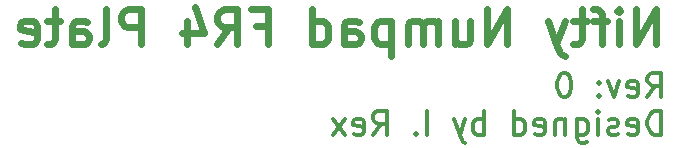
<source format=gbr>
%TF.GenerationSoftware,KiCad,Pcbnew,7.0.5-0*%
%TF.CreationDate,2023-08-05T16:24:15-05:00*%
%TF.ProjectId,Plate,506c6174-652e-46b6-9963-61645f706362,0*%
%TF.SameCoordinates,Original*%
%TF.FileFunction,Legend,Bot*%
%TF.FilePolarity,Positive*%
%FSLAX46Y46*%
G04 Gerber Fmt 4.6, Leading zero omitted, Abs format (unit mm)*
G04 Created by KiCad (PCBNEW 7.0.5-0) date 2023-08-05 16:24:15*
%MOMM*%
%LPD*%
G01*
G04 APERTURE LIST*
%ADD10C,0.300000*%
%ADD11C,0.600000*%
%ADD12C,2.900000*%
G04 APERTURE END LIST*
D10*
X184883584Y-60799638D02*
X185550251Y-59847257D01*
X186026441Y-60799638D02*
X186026441Y-58799638D01*
X186026441Y-58799638D02*
X185264536Y-58799638D01*
X185264536Y-58799638D02*
X185074060Y-58894876D01*
X185074060Y-58894876D02*
X184978822Y-58990114D01*
X184978822Y-58990114D02*
X184883584Y-59180590D01*
X184883584Y-59180590D02*
X184883584Y-59466304D01*
X184883584Y-59466304D02*
X184978822Y-59656780D01*
X184978822Y-59656780D02*
X185074060Y-59752019D01*
X185074060Y-59752019D02*
X185264536Y-59847257D01*
X185264536Y-59847257D02*
X186026441Y-59847257D01*
X183264536Y-60704400D02*
X183455012Y-60799638D01*
X183455012Y-60799638D02*
X183835965Y-60799638D01*
X183835965Y-60799638D02*
X184026441Y-60704400D01*
X184026441Y-60704400D02*
X184121679Y-60513923D01*
X184121679Y-60513923D02*
X184121679Y-59752019D01*
X184121679Y-59752019D02*
X184026441Y-59561542D01*
X184026441Y-59561542D02*
X183835965Y-59466304D01*
X183835965Y-59466304D02*
X183455012Y-59466304D01*
X183455012Y-59466304D02*
X183264536Y-59561542D01*
X183264536Y-59561542D02*
X183169298Y-59752019D01*
X183169298Y-59752019D02*
X183169298Y-59942495D01*
X183169298Y-59942495D02*
X184121679Y-60132971D01*
X182502631Y-59466304D02*
X182026441Y-60799638D01*
X182026441Y-60799638D02*
X181550250Y-59466304D01*
X180788345Y-60609161D02*
X180693107Y-60704400D01*
X180693107Y-60704400D02*
X180788345Y-60799638D01*
X180788345Y-60799638D02*
X180883583Y-60704400D01*
X180883583Y-60704400D02*
X180788345Y-60609161D01*
X180788345Y-60609161D02*
X180788345Y-60799638D01*
X180788345Y-59561542D02*
X180693107Y-59656780D01*
X180693107Y-59656780D02*
X180788345Y-59752019D01*
X180788345Y-59752019D02*
X180883583Y-59656780D01*
X180883583Y-59656780D02*
X180788345Y-59561542D01*
X180788345Y-59561542D02*
X180788345Y-59752019D01*
X177931202Y-58799638D02*
X177740725Y-58799638D01*
X177740725Y-58799638D02*
X177550249Y-58894876D01*
X177550249Y-58894876D02*
X177455011Y-58990114D01*
X177455011Y-58990114D02*
X177359773Y-59180590D01*
X177359773Y-59180590D02*
X177264535Y-59561542D01*
X177264535Y-59561542D02*
X177264535Y-60037733D01*
X177264535Y-60037733D02*
X177359773Y-60418685D01*
X177359773Y-60418685D02*
X177455011Y-60609161D01*
X177455011Y-60609161D02*
X177550249Y-60704400D01*
X177550249Y-60704400D02*
X177740725Y-60799638D01*
X177740725Y-60799638D02*
X177931202Y-60799638D01*
X177931202Y-60799638D02*
X178121678Y-60704400D01*
X178121678Y-60704400D02*
X178216916Y-60609161D01*
X178216916Y-60609161D02*
X178312154Y-60418685D01*
X178312154Y-60418685D02*
X178407392Y-60037733D01*
X178407392Y-60037733D02*
X178407392Y-59561542D01*
X178407392Y-59561542D02*
X178312154Y-59180590D01*
X178312154Y-59180590D02*
X178216916Y-58990114D01*
X178216916Y-58990114D02*
X178121678Y-58894876D01*
X178121678Y-58894876D02*
X177931202Y-58799638D01*
X186026441Y-64019638D02*
X186026441Y-62019638D01*
X186026441Y-62019638D02*
X185550251Y-62019638D01*
X185550251Y-62019638D02*
X185264536Y-62114876D01*
X185264536Y-62114876D02*
X185074060Y-62305352D01*
X185074060Y-62305352D02*
X184978822Y-62495828D01*
X184978822Y-62495828D02*
X184883584Y-62876780D01*
X184883584Y-62876780D02*
X184883584Y-63162495D01*
X184883584Y-63162495D02*
X184978822Y-63543447D01*
X184978822Y-63543447D02*
X185074060Y-63733923D01*
X185074060Y-63733923D02*
X185264536Y-63924400D01*
X185264536Y-63924400D02*
X185550251Y-64019638D01*
X185550251Y-64019638D02*
X186026441Y-64019638D01*
X183264536Y-63924400D02*
X183455012Y-64019638D01*
X183455012Y-64019638D02*
X183835965Y-64019638D01*
X183835965Y-64019638D02*
X184026441Y-63924400D01*
X184026441Y-63924400D02*
X184121679Y-63733923D01*
X184121679Y-63733923D02*
X184121679Y-62972019D01*
X184121679Y-62972019D02*
X184026441Y-62781542D01*
X184026441Y-62781542D02*
X183835965Y-62686304D01*
X183835965Y-62686304D02*
X183455012Y-62686304D01*
X183455012Y-62686304D02*
X183264536Y-62781542D01*
X183264536Y-62781542D02*
X183169298Y-62972019D01*
X183169298Y-62972019D02*
X183169298Y-63162495D01*
X183169298Y-63162495D02*
X184121679Y-63352971D01*
X182407393Y-63924400D02*
X182216917Y-64019638D01*
X182216917Y-64019638D02*
X181835965Y-64019638D01*
X181835965Y-64019638D02*
X181645488Y-63924400D01*
X181645488Y-63924400D02*
X181550250Y-63733923D01*
X181550250Y-63733923D02*
X181550250Y-63638685D01*
X181550250Y-63638685D02*
X181645488Y-63448209D01*
X181645488Y-63448209D02*
X181835965Y-63352971D01*
X181835965Y-63352971D02*
X182121679Y-63352971D01*
X182121679Y-63352971D02*
X182312155Y-63257733D01*
X182312155Y-63257733D02*
X182407393Y-63067257D01*
X182407393Y-63067257D02*
X182407393Y-62972019D01*
X182407393Y-62972019D02*
X182312155Y-62781542D01*
X182312155Y-62781542D02*
X182121679Y-62686304D01*
X182121679Y-62686304D02*
X181835965Y-62686304D01*
X181835965Y-62686304D02*
X181645488Y-62781542D01*
X180693107Y-64019638D02*
X180693107Y-62686304D01*
X180693107Y-62019638D02*
X180788345Y-62114876D01*
X180788345Y-62114876D02*
X180693107Y-62210114D01*
X180693107Y-62210114D02*
X180597869Y-62114876D01*
X180597869Y-62114876D02*
X180693107Y-62019638D01*
X180693107Y-62019638D02*
X180693107Y-62210114D01*
X178883583Y-62686304D02*
X178883583Y-64305352D01*
X178883583Y-64305352D02*
X178978821Y-64495828D01*
X178978821Y-64495828D02*
X179074059Y-64591066D01*
X179074059Y-64591066D02*
X179264536Y-64686304D01*
X179264536Y-64686304D02*
X179550250Y-64686304D01*
X179550250Y-64686304D02*
X179740726Y-64591066D01*
X178883583Y-63924400D02*
X179074059Y-64019638D01*
X179074059Y-64019638D02*
X179455012Y-64019638D01*
X179455012Y-64019638D02*
X179645488Y-63924400D01*
X179645488Y-63924400D02*
X179740726Y-63829161D01*
X179740726Y-63829161D02*
X179835964Y-63638685D01*
X179835964Y-63638685D02*
X179835964Y-63067257D01*
X179835964Y-63067257D02*
X179740726Y-62876780D01*
X179740726Y-62876780D02*
X179645488Y-62781542D01*
X179645488Y-62781542D02*
X179455012Y-62686304D01*
X179455012Y-62686304D02*
X179074059Y-62686304D01*
X179074059Y-62686304D02*
X178883583Y-62781542D01*
X177931202Y-62686304D02*
X177931202Y-64019638D01*
X177931202Y-62876780D02*
X177835964Y-62781542D01*
X177835964Y-62781542D02*
X177645488Y-62686304D01*
X177645488Y-62686304D02*
X177359773Y-62686304D01*
X177359773Y-62686304D02*
X177169297Y-62781542D01*
X177169297Y-62781542D02*
X177074059Y-62972019D01*
X177074059Y-62972019D02*
X177074059Y-64019638D01*
X175359773Y-63924400D02*
X175550249Y-64019638D01*
X175550249Y-64019638D02*
X175931202Y-64019638D01*
X175931202Y-64019638D02*
X176121678Y-63924400D01*
X176121678Y-63924400D02*
X176216916Y-63733923D01*
X176216916Y-63733923D02*
X176216916Y-62972019D01*
X176216916Y-62972019D02*
X176121678Y-62781542D01*
X176121678Y-62781542D02*
X175931202Y-62686304D01*
X175931202Y-62686304D02*
X175550249Y-62686304D01*
X175550249Y-62686304D02*
X175359773Y-62781542D01*
X175359773Y-62781542D02*
X175264535Y-62972019D01*
X175264535Y-62972019D02*
X175264535Y-63162495D01*
X175264535Y-63162495D02*
X176216916Y-63352971D01*
X173550249Y-64019638D02*
X173550249Y-62019638D01*
X173550249Y-63924400D02*
X173740725Y-64019638D01*
X173740725Y-64019638D02*
X174121678Y-64019638D01*
X174121678Y-64019638D02*
X174312154Y-63924400D01*
X174312154Y-63924400D02*
X174407392Y-63829161D01*
X174407392Y-63829161D02*
X174502630Y-63638685D01*
X174502630Y-63638685D02*
X174502630Y-63067257D01*
X174502630Y-63067257D02*
X174407392Y-62876780D01*
X174407392Y-62876780D02*
X174312154Y-62781542D01*
X174312154Y-62781542D02*
X174121678Y-62686304D01*
X174121678Y-62686304D02*
X173740725Y-62686304D01*
X173740725Y-62686304D02*
X173550249Y-62781542D01*
X171074058Y-64019638D02*
X171074058Y-62019638D01*
X171074058Y-62781542D02*
X170883582Y-62686304D01*
X170883582Y-62686304D02*
X170502629Y-62686304D01*
X170502629Y-62686304D02*
X170312153Y-62781542D01*
X170312153Y-62781542D02*
X170216915Y-62876780D01*
X170216915Y-62876780D02*
X170121677Y-63067257D01*
X170121677Y-63067257D02*
X170121677Y-63638685D01*
X170121677Y-63638685D02*
X170216915Y-63829161D01*
X170216915Y-63829161D02*
X170312153Y-63924400D01*
X170312153Y-63924400D02*
X170502629Y-64019638D01*
X170502629Y-64019638D02*
X170883582Y-64019638D01*
X170883582Y-64019638D02*
X171074058Y-63924400D01*
X169455010Y-62686304D02*
X168978820Y-64019638D01*
X168502629Y-62686304D02*
X168978820Y-64019638D01*
X168978820Y-64019638D02*
X169169296Y-64495828D01*
X169169296Y-64495828D02*
X169264534Y-64591066D01*
X169264534Y-64591066D02*
X169455010Y-64686304D01*
X166216914Y-64019638D02*
X166216914Y-62019638D01*
X165264533Y-63829161D02*
X165169295Y-63924400D01*
X165169295Y-63924400D02*
X165264533Y-64019638D01*
X165264533Y-64019638D02*
X165359771Y-63924400D01*
X165359771Y-63924400D02*
X165264533Y-63829161D01*
X165264533Y-63829161D02*
X165264533Y-64019638D01*
X161645485Y-64019638D02*
X162312152Y-63067257D01*
X162788342Y-64019638D02*
X162788342Y-62019638D01*
X162788342Y-62019638D02*
X162026437Y-62019638D01*
X162026437Y-62019638D02*
X161835961Y-62114876D01*
X161835961Y-62114876D02*
X161740723Y-62210114D01*
X161740723Y-62210114D02*
X161645485Y-62400590D01*
X161645485Y-62400590D02*
X161645485Y-62686304D01*
X161645485Y-62686304D02*
X161740723Y-62876780D01*
X161740723Y-62876780D02*
X161835961Y-62972019D01*
X161835961Y-62972019D02*
X162026437Y-63067257D01*
X162026437Y-63067257D02*
X162788342Y-63067257D01*
X160026437Y-63924400D02*
X160216913Y-64019638D01*
X160216913Y-64019638D02*
X160597866Y-64019638D01*
X160597866Y-64019638D02*
X160788342Y-63924400D01*
X160788342Y-63924400D02*
X160883580Y-63733923D01*
X160883580Y-63733923D02*
X160883580Y-62972019D01*
X160883580Y-62972019D02*
X160788342Y-62781542D01*
X160788342Y-62781542D02*
X160597866Y-62686304D01*
X160597866Y-62686304D02*
X160216913Y-62686304D01*
X160216913Y-62686304D02*
X160026437Y-62781542D01*
X160026437Y-62781542D02*
X159931199Y-62972019D01*
X159931199Y-62972019D02*
X159931199Y-63162495D01*
X159931199Y-63162495D02*
X160883580Y-63352971D01*
X159264532Y-64019638D02*
X158216913Y-62686304D01*
X159264532Y-62686304D02*
X158216913Y-64019638D01*
D11*
X185590978Y-56356657D02*
X185590978Y-53356657D01*
X185590978Y-53356657D02*
X183876692Y-56356657D01*
X183876692Y-56356657D02*
X183876692Y-53356657D01*
X182448121Y-56356657D02*
X182448121Y-54356657D01*
X182448121Y-53356657D02*
X182590978Y-53499514D01*
X182590978Y-53499514D02*
X182448121Y-53642371D01*
X182448121Y-53642371D02*
X182305264Y-53499514D01*
X182305264Y-53499514D02*
X182448121Y-53356657D01*
X182448121Y-53356657D02*
X182448121Y-53642371D01*
X181448121Y-54356657D02*
X180305264Y-54356657D01*
X181019550Y-56356657D02*
X181019550Y-53785228D01*
X181019550Y-53785228D02*
X180876693Y-53499514D01*
X180876693Y-53499514D02*
X180590978Y-53356657D01*
X180590978Y-53356657D02*
X180305264Y-53356657D01*
X179733835Y-54356657D02*
X178590978Y-54356657D01*
X179305264Y-53356657D02*
X179305264Y-55928085D01*
X179305264Y-55928085D02*
X179162407Y-56213800D01*
X179162407Y-56213800D02*
X178876692Y-56356657D01*
X178876692Y-56356657D02*
X178590978Y-56356657D01*
X177876692Y-54356657D02*
X177162406Y-56356657D01*
X176448121Y-54356657D02*
X177162406Y-56356657D01*
X177162406Y-56356657D02*
X177448121Y-57070942D01*
X177448121Y-57070942D02*
X177590978Y-57213800D01*
X177590978Y-57213800D02*
X177876692Y-57356657D01*
X173019550Y-56356657D02*
X173019550Y-53356657D01*
X173019550Y-53356657D02*
X171305264Y-56356657D01*
X171305264Y-56356657D02*
X171305264Y-53356657D01*
X168590979Y-54356657D02*
X168590979Y-56356657D01*
X169876693Y-54356657D02*
X169876693Y-55928085D01*
X169876693Y-55928085D02*
X169733836Y-56213800D01*
X169733836Y-56213800D02*
X169448121Y-56356657D01*
X169448121Y-56356657D02*
X169019550Y-56356657D01*
X169019550Y-56356657D02*
X168733836Y-56213800D01*
X168733836Y-56213800D02*
X168590979Y-56070942D01*
X167162407Y-56356657D02*
X167162407Y-54356657D01*
X167162407Y-54642371D02*
X167019550Y-54499514D01*
X167019550Y-54499514D02*
X166733835Y-54356657D01*
X166733835Y-54356657D02*
X166305264Y-54356657D01*
X166305264Y-54356657D02*
X166019550Y-54499514D01*
X166019550Y-54499514D02*
X165876693Y-54785228D01*
X165876693Y-54785228D02*
X165876693Y-56356657D01*
X165876693Y-54785228D02*
X165733835Y-54499514D01*
X165733835Y-54499514D02*
X165448121Y-54356657D01*
X165448121Y-54356657D02*
X165019550Y-54356657D01*
X165019550Y-54356657D02*
X164733835Y-54499514D01*
X164733835Y-54499514D02*
X164590978Y-54785228D01*
X164590978Y-54785228D02*
X164590978Y-56356657D01*
X163162407Y-54356657D02*
X163162407Y-57356657D01*
X163162407Y-54499514D02*
X162876693Y-54356657D01*
X162876693Y-54356657D02*
X162305264Y-54356657D01*
X162305264Y-54356657D02*
X162019550Y-54499514D01*
X162019550Y-54499514D02*
X161876693Y-54642371D01*
X161876693Y-54642371D02*
X161733835Y-54928085D01*
X161733835Y-54928085D02*
X161733835Y-55785228D01*
X161733835Y-55785228D02*
X161876693Y-56070942D01*
X161876693Y-56070942D02*
X162019550Y-56213800D01*
X162019550Y-56213800D02*
X162305264Y-56356657D01*
X162305264Y-56356657D02*
X162876693Y-56356657D01*
X162876693Y-56356657D02*
X163162407Y-56213800D01*
X159162407Y-56356657D02*
X159162407Y-54785228D01*
X159162407Y-54785228D02*
X159305264Y-54499514D01*
X159305264Y-54499514D02*
X159590978Y-54356657D01*
X159590978Y-54356657D02*
X160162407Y-54356657D01*
X160162407Y-54356657D02*
X160448121Y-54499514D01*
X159162407Y-56213800D02*
X159448121Y-56356657D01*
X159448121Y-56356657D02*
X160162407Y-56356657D01*
X160162407Y-56356657D02*
X160448121Y-56213800D01*
X160448121Y-56213800D02*
X160590978Y-55928085D01*
X160590978Y-55928085D02*
X160590978Y-55642371D01*
X160590978Y-55642371D02*
X160448121Y-55356657D01*
X160448121Y-55356657D02*
X160162407Y-55213800D01*
X160162407Y-55213800D02*
X159448121Y-55213800D01*
X159448121Y-55213800D02*
X159162407Y-55070942D01*
X156448121Y-56356657D02*
X156448121Y-53356657D01*
X156448121Y-56213800D02*
X156733835Y-56356657D01*
X156733835Y-56356657D02*
X157305263Y-56356657D01*
X157305263Y-56356657D02*
X157590978Y-56213800D01*
X157590978Y-56213800D02*
X157733835Y-56070942D01*
X157733835Y-56070942D02*
X157876692Y-55785228D01*
X157876692Y-55785228D02*
X157876692Y-54928085D01*
X157876692Y-54928085D02*
X157733835Y-54642371D01*
X157733835Y-54642371D02*
X157590978Y-54499514D01*
X157590978Y-54499514D02*
X157305263Y-54356657D01*
X157305263Y-54356657D02*
X156733835Y-54356657D01*
X156733835Y-54356657D02*
X156448121Y-54499514D01*
X151733835Y-54785228D02*
X152733835Y-54785228D01*
X152733835Y-56356657D02*
X152733835Y-53356657D01*
X152733835Y-53356657D02*
X151305263Y-53356657D01*
X148448120Y-56356657D02*
X149448120Y-54928085D01*
X150162406Y-56356657D02*
X150162406Y-53356657D01*
X150162406Y-53356657D02*
X149019549Y-53356657D01*
X149019549Y-53356657D02*
X148733834Y-53499514D01*
X148733834Y-53499514D02*
X148590977Y-53642371D01*
X148590977Y-53642371D02*
X148448120Y-53928085D01*
X148448120Y-53928085D02*
X148448120Y-54356657D01*
X148448120Y-54356657D02*
X148590977Y-54642371D01*
X148590977Y-54642371D02*
X148733834Y-54785228D01*
X148733834Y-54785228D02*
X149019549Y-54928085D01*
X149019549Y-54928085D02*
X150162406Y-54928085D01*
X145876692Y-54356657D02*
X145876692Y-56356657D01*
X146590977Y-53213800D02*
X147305263Y-55356657D01*
X147305263Y-55356657D02*
X145448120Y-55356657D01*
X142019549Y-56356657D02*
X142019549Y-53356657D01*
X142019549Y-53356657D02*
X140876692Y-53356657D01*
X140876692Y-53356657D02*
X140590977Y-53499514D01*
X140590977Y-53499514D02*
X140448120Y-53642371D01*
X140448120Y-53642371D02*
X140305263Y-53928085D01*
X140305263Y-53928085D02*
X140305263Y-54356657D01*
X140305263Y-54356657D02*
X140448120Y-54642371D01*
X140448120Y-54642371D02*
X140590977Y-54785228D01*
X140590977Y-54785228D02*
X140876692Y-54928085D01*
X140876692Y-54928085D02*
X142019549Y-54928085D01*
X138590977Y-56356657D02*
X138876692Y-56213800D01*
X138876692Y-56213800D02*
X139019549Y-55928085D01*
X139019549Y-55928085D02*
X139019549Y-53356657D01*
X136162406Y-56356657D02*
X136162406Y-54785228D01*
X136162406Y-54785228D02*
X136305263Y-54499514D01*
X136305263Y-54499514D02*
X136590977Y-54356657D01*
X136590977Y-54356657D02*
X137162406Y-54356657D01*
X137162406Y-54356657D02*
X137448120Y-54499514D01*
X136162406Y-56213800D02*
X136448120Y-56356657D01*
X136448120Y-56356657D02*
X137162406Y-56356657D01*
X137162406Y-56356657D02*
X137448120Y-56213800D01*
X137448120Y-56213800D02*
X137590977Y-55928085D01*
X137590977Y-55928085D02*
X137590977Y-55642371D01*
X137590977Y-55642371D02*
X137448120Y-55356657D01*
X137448120Y-55356657D02*
X137162406Y-55213800D01*
X137162406Y-55213800D02*
X136448120Y-55213800D01*
X136448120Y-55213800D02*
X136162406Y-55070942D01*
X135162405Y-54356657D02*
X134019548Y-54356657D01*
X134733834Y-53356657D02*
X134733834Y-55928085D01*
X134733834Y-55928085D02*
X134590977Y-56213800D01*
X134590977Y-56213800D02*
X134305262Y-56356657D01*
X134305262Y-56356657D02*
X134019548Y-56356657D01*
X131876691Y-56213800D02*
X132162405Y-56356657D01*
X132162405Y-56356657D02*
X132733834Y-56356657D01*
X132733834Y-56356657D02*
X133019548Y-56213800D01*
X133019548Y-56213800D02*
X133162405Y-55928085D01*
X133162405Y-55928085D02*
X133162405Y-54785228D01*
X133162405Y-54785228D02*
X133019548Y-54499514D01*
X133019548Y-54499514D02*
X132733834Y-54356657D01*
X132733834Y-54356657D02*
X132162405Y-54356657D01*
X132162405Y-54356657D02*
X131876691Y-54499514D01*
X131876691Y-54499514D02*
X131733834Y-54785228D01*
X131733834Y-54785228D02*
X131733834Y-55070942D01*
X131733834Y-55070942D02*
X133162405Y-55356657D01*
%LPC*%
D12*
%TO.C,H105*%
X121875000Y-149000000D03*
%TD*%
%TO.C,H104*%
X121875000Y-111000000D03*
%TD*%
%TO.C,H103*%
X190750000Y-58750000D03*
%TD*%
%TO.C,H102*%
X143250000Y-58750000D03*
%TD*%
%TO.C,H101*%
X91000000Y-58750000D03*
%TD*%
%LPD*%
M02*

</source>
